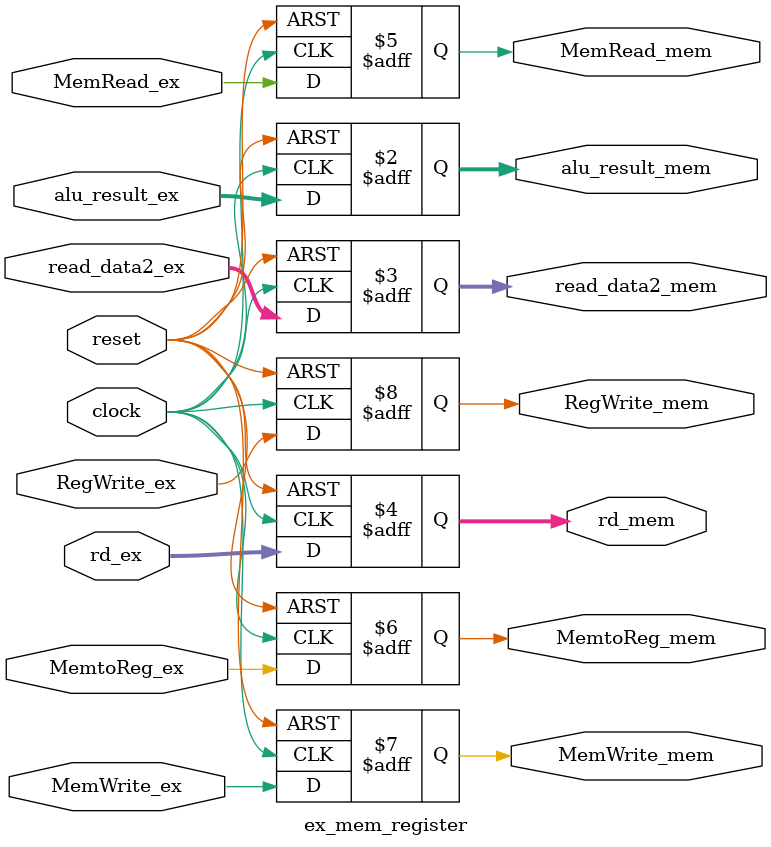
<source format=v>
module ex_mem_register (
    input wire         clock, 
    input wire         reset,
    // Entradas do estágio EX
    input wire [31:0]  alu_result_ex,
    input wire [31:0]  read_data2_ex, // Dado a ser escrito na memória (para SW)
    input wire [4:0]   rd_ex,
    // Sinais de controle
    input wire         MemRead_ex,
    input wire         MemtoReg_ex,
    input wire         MemWrite_ex,
    input wire         RegWrite_ex,

    // Saídas para o estágio MEM
    output reg [31:0]  alu_result_mem,
    output reg [31:0]  read_data2_mem,
    output reg [4:0]   rd_mem,
    // Sinais de controle para MEM
    output reg         MemRead_mem,
    output reg         MemtoReg_mem,
    output reg         MemWrite_mem,
    output reg         RegWrite_mem
);
    always @(posedge clock or posedge reset) begin
        if (reset) begin
            alu_result_mem <= 32'b0;
            read_data2_mem <= 32'b0;
            rd_mem         <= 5'b0;
            MemRead_mem   <= 1'b0;
            MemtoReg_mem <= 1'b0;
            MemWrite_mem  <= 1'b0;
            RegWrite_mem  <= 1'b0;
        end else begin
            alu_result_mem <= alu_result_ex;
            read_data2_mem <= read_data2_ex;
            rd_mem         <= rd_ex;
            MemRead_mem   <= MemRead_ex;
            MemtoReg_mem <= MemtoReg_ex;
            MemWrite_mem  <= MemWrite_ex;
            RegWrite_mem  <= RegWrite_ex;
        end
    end
endmodule
</source>
